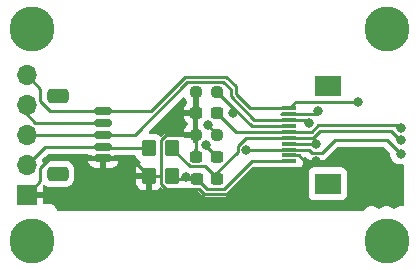
<source format=gbr>
%TF.GenerationSoftware,KiCad,Pcbnew,(5.99.0-11678-ga208dac8d8)*%
%TF.CreationDate,2021-09-17T02:16:07+07:00*%
%TF.ProjectId,sharp_memory_display,73686172-705f-46d6-956d-6f72795f6469,rev?*%
%TF.SameCoordinates,Original*%
%TF.FileFunction,Copper,L2,Bot*%
%TF.FilePolarity,Positive*%
%FSLAX46Y46*%
G04 Gerber Fmt 4.6, Leading zero omitted, Abs format (unit mm)*
G04 Created by KiCad (PCBNEW (5.99.0-11678-ga208dac8d8)) date 2021-09-17 02:16:07*
%MOMM*%
%LPD*%
G01*
G04 APERTURE LIST*
G04 Aperture macros list*
%AMRoundRect*
0 Rectangle with rounded corners*
0 $1 Rounding radius*
0 $2 $3 $4 $5 $6 $7 $8 $9 X,Y pos of 4 corners*
0 Add a 4 corners polygon primitive as box body*
4,1,4,$2,$3,$4,$5,$6,$7,$8,$9,$2,$3,0*
0 Add four circle primitives for the rounded corners*
1,1,$1+$1,$2,$3*
1,1,$1+$1,$4,$5*
1,1,$1+$1,$6,$7*
1,1,$1+$1,$8,$9*
0 Add four rect primitives between the rounded corners*
20,1,$1+$1,$2,$3,$4,$5,0*
20,1,$1+$1,$4,$5,$6,$7,0*
20,1,$1+$1,$6,$7,$8,$9,0*
20,1,$1+$1,$8,$9,$2,$3,0*%
G04 Aperture macros list end*
%TA.AperFunction,ComponentPad*%
%ADD10R,1.700000X1.700000*%
%TD*%
%TA.AperFunction,ComponentPad*%
%ADD11O,1.700000X1.700000*%
%TD*%
%TA.AperFunction,ComponentPad*%
%ADD12C,3.800000*%
%TD*%
%TA.AperFunction,SMDPad,CuDef*%
%ADD13RoundRect,0.237500X0.300000X0.237500X-0.300000X0.237500X-0.300000X-0.237500X0.300000X-0.237500X0*%
%TD*%
%TA.AperFunction,SMDPad,CuDef*%
%ADD14RoundRect,0.249999X0.350001X0.450001X-0.350001X0.450001X-0.350001X-0.450001X0.350001X-0.450001X0*%
%TD*%
%TA.AperFunction,SMDPad,CuDef*%
%ADD15RoundRect,0.249999X-0.350001X-0.450001X0.350001X-0.450001X0.350001X0.450001X-0.350001X0.450001X0*%
%TD*%
%TA.AperFunction,SMDPad,CuDef*%
%ADD16RoundRect,0.237500X0.250000X0.237500X-0.250000X0.237500X-0.250000X-0.237500X0.250000X-0.237500X0*%
%TD*%
%TA.AperFunction,SMDPad,CuDef*%
%ADD17R,2.200000X1.800000*%
%TD*%
%TA.AperFunction,SMDPad,CuDef*%
%ADD18R,1.300000X0.300000*%
%TD*%
%TA.AperFunction,SMDPad,CuDef*%
%ADD19RoundRect,0.150000X0.625000X-0.150000X0.625000X0.150000X-0.625000X0.150000X-0.625000X-0.150000X0*%
%TD*%
%TA.AperFunction,SMDPad,CuDef*%
%ADD20RoundRect,0.249999X0.650001X-0.350001X0.650001X0.350001X-0.650001X0.350001X-0.650001X-0.350001X0*%
%TD*%
%TA.AperFunction,ViaPad*%
%ADD21C,0.800000*%
%TD*%
%TA.AperFunction,Conductor*%
%ADD22C,0.250000*%
%TD*%
G04 APERTURE END LIST*
D10*
%TO.P,J1,1,Pin_1*%
%TO.N,VSS*%
X24252600Y-35570400D03*
D11*
%TO.P,J1,2,Pin_2*%
%TO.N,VDD*%
X24252600Y-33030400D03*
%TO.P,J1,3,Pin_3*%
%TO.N,SCS*%
X24252600Y-30490400D03*
%TO.P,J1,4,Pin_4*%
%TO.N,SI*%
X24252600Y-27950400D03*
%TO.P,J1,5,Pin_5*%
%TO.N,SCLK*%
X24252600Y-25410400D03*
%TD*%
D12*
%TO.P,H2,1*%
%TO.N,N/C*%
X24752642Y-21490389D03*
%TD*%
%TO.P,H4,1*%
%TO.N,N/C*%
X54752642Y-21490389D03*
%TD*%
%TO.P,H3,1*%
%TO.N,N/C*%
X24752642Y-39490389D03*
%TD*%
%TO.P,H1,1*%
%TO.N,N/C*%
X54752642Y-39490389D03*
%TD*%
D13*
%TO.P,C1,1*%
%TO.N,DISP*%
X40352600Y-28640400D03*
%TO.P,C1,2*%
%TO.N,VSS*%
X38627600Y-28640400D03*
%TD*%
%TO.P,C2,1*%
%TO.N,VDDA*%
X40377600Y-34240400D03*
%TO.P,C2,2*%
%TO.N,VSSA*%
X38652600Y-34240400D03*
%TD*%
%TO.P,C3,1*%
%TO.N,VDD*%
X40365100Y-32340400D03*
%TO.P,C3,2*%
%TO.N,VSS*%
X38640100Y-32340400D03*
%TD*%
D14*
%TO.P,FB1,1*%
%TO.N,VDDA*%
X36602600Y-31590400D03*
%TO.P,FB1,2*%
%TO.N,VDD*%
X34602600Y-31590400D03*
%TD*%
D15*
%TO.P,FB2,1*%
%TO.N,VSS*%
X34602600Y-33990400D03*
%TO.P,FB2,2*%
%TO.N,VSSA*%
X36602600Y-33990400D03*
%TD*%
D16*
%TO.P,R1,1*%
%TO.N,EXTMODE*%
X40402600Y-30490400D03*
%TO.P,R1,2*%
%TO.N,VSS*%
X38577600Y-30490400D03*
%TD*%
D17*
%TO.P,J2,MP*%
%TO.N,N/C*%
X49743142Y-26340400D03*
X49743142Y-34640400D03*
D18*
%TO.P,J2,10,Pin_10*%
%TO.N,VSSA*%
X46493142Y-32740400D03*
%TO.P,J2,9,Pin_9*%
%TO.N,VSS*%
X46493142Y-32240400D03*
%TO.P,J2,8,Pin_8*%
%TO.N,EXTMODE*%
X46493142Y-31740400D03*
%TO.P,J2,7,Pin_7*%
%TO.N,VDD*%
X46493142Y-31240400D03*
%TO.P,J2,6,Pin_6*%
%TO.N,VDDA*%
X46493142Y-30740400D03*
%TO.P,J2,5,Pin_5*%
%TO.N,DISP*%
X46493142Y-30240400D03*
%TO.P,J2,4,Pin_4*%
%TO.N,EXTCOMIN*%
X46493142Y-29740400D03*
%TO.P,J2,3,Pin_3*%
%TO.N,SCS*%
X46493142Y-29240400D03*
%TO.P,J2,2,Pin_2*%
%TO.N,SI*%
X46493142Y-28740400D03*
%TO.P,J2,1,Pin_1*%
%TO.N,SCLK*%
X46493142Y-28240400D03*
%TD*%
D16*
%TO.P,R2,1*%
%TO.N,EXTCOMIN*%
X40402600Y-26840400D03*
%TO.P,R2,2*%
%TO.N,VSS*%
X38577600Y-26840400D03*
%TD*%
D19*
%TO.P,J3,1,Pin_1*%
%TO.N,VSS*%
X30752600Y-32490400D03*
%TO.P,J3,2,Pin_2*%
%TO.N,VDD*%
X30752600Y-31490400D03*
%TO.P,J3,3,Pin_3*%
%TO.N,SCS*%
X30752600Y-30490400D03*
%TO.P,J3,4,Pin_4*%
%TO.N,SI*%
X30752600Y-29490400D03*
%TO.P,J3,5,Pin_5*%
%TO.N,SCLK*%
X30752600Y-28490400D03*
D20*
%TO.P,J3,MP*%
%TO.N,N/C*%
X26877600Y-27190400D03*
X26877600Y-33790400D03*
%TD*%
D21*
%TO.N,VSSA*%
X37752642Y-34090389D03*
%TO.N,VSS*%
X48752642Y-32739400D03*
%TO.N,EXTMODE*%
X55952642Y-32090389D03*
%TO.N,VDDA*%
X55952642Y-30890389D03*
%TO.N,DISP*%
X55952642Y-29890389D03*
%TO.N,EXTCOMIN*%
X41752642Y-28674900D03*
%TO.N,SCS*%
X48152642Y-29464900D03*
%TO.N,SCLK*%
X52352642Y-27690389D03*
%TO.N,SI*%
X48952642Y-28490389D03*
%TO.N,VDD*%
X48752642Y-31290389D03*
X39437200Y-31362500D03*
%TO.N,EXTMODE*%
X42849500Y-31768500D03*
X39591300Y-29618300D03*
%TD*%
D22*
%TO.N,SI*%
X48952642Y-28490389D02*
X48902631Y-28740400D01*
X48902631Y-28740400D02*
X46493142Y-28740400D01*
%TO.N,VSSA*%
X37502653Y-34240400D02*
X36852600Y-34240400D01*
X37602631Y-34240400D02*
X37752642Y-34090389D01*
X37502653Y-34240400D02*
X37602631Y-34240400D01*
X38652600Y-34240400D02*
X37502653Y-34240400D01*
%TO.N,VSS*%
X48752642Y-32739400D02*
X47801653Y-32739400D01*
X47801653Y-32739400D02*
X47752642Y-32690389D01*
%TO.N,EXTMODE*%
X54752642Y-30890389D02*
X55952642Y-32090389D01*
X49228131Y-32014900D02*
X49752642Y-31490389D01*
X49752642Y-31490389D02*
X50352642Y-30890389D01*
X54352642Y-30890389D02*
X54752642Y-30890389D01*
X46493142Y-31740400D02*
X48178039Y-31740400D01*
X48178039Y-31740400D02*
X48452539Y-32014900D01*
X48452539Y-32014900D02*
X49228131Y-32014900D01*
X50352642Y-30890389D02*
X54352642Y-30890389D01*
%TO.N,VDD*%
X47502653Y-31240400D02*
X47552642Y-31290389D01*
X47552642Y-31290389D02*
X48752642Y-31290389D01*
%TO.N,VDDA*%
X55952642Y-30890389D02*
X55903122Y-30890389D01*
X55903122Y-30890389D02*
X55152642Y-30139909D01*
X49138840Y-30139909D02*
X48538349Y-30740400D01*
X48538349Y-30740400D02*
X47602653Y-30740400D01*
X55152642Y-30139909D02*
X49138840Y-30139909D01*
%TO.N,DISP*%
X54634002Y-29690389D02*
X55752642Y-29690389D01*
X55752642Y-29690389D02*
X55952642Y-29890389D01*
%TO.N,VDDA*%
X55752642Y-31090389D02*
X55952642Y-31090389D01*
X46493142Y-30740400D02*
X47602653Y-30740400D01*
X47602653Y-30740400D02*
X47702162Y-30740400D01*
%TO.N,DISP*%
X46493142Y-30240400D02*
X48402631Y-30240400D01*
X48402631Y-30240400D02*
X48952642Y-29690389D01*
X48952642Y-29690389D02*
X54634002Y-29690389D01*
%TO.N,EXTCOMIN*%
X40402600Y-26840400D02*
X41602616Y-28040415D01*
X41752642Y-28674900D02*
X41752642Y-28190441D01*
X41602616Y-28040415D02*
X43302600Y-29740400D01*
X41752642Y-28190441D02*
X41602616Y-28040415D01*
%TO.N,SCS*%
X47928142Y-29240400D02*
X48152642Y-29464900D01*
X46493142Y-29240400D02*
X47928142Y-29240400D01*
%TO.N,SCLK*%
X47043153Y-27690389D02*
X52352642Y-27690389D01*
X46493142Y-28240400D02*
X47043153Y-27690389D01*
%TO.N,VSS*%
X46493142Y-32240400D02*
X47302653Y-32240400D01*
X47302653Y-32240400D02*
X47752642Y-32690389D01*
X47752642Y-32690389D02*
X47752642Y-33090389D01*
X43464807Y-33303224D02*
X43102642Y-33665389D01*
X43102642Y-33665389D02*
X43066721Y-33665389D01*
X43066721Y-33665389D02*
X41196600Y-35535510D01*
X47752642Y-33090389D02*
X47539807Y-33303224D01*
X41196600Y-35535510D02*
X39311300Y-35535510D01*
X39311300Y-35535510D02*
X38878706Y-35102916D01*
X38878706Y-35102916D02*
X36090115Y-35102916D01*
X47539807Y-33303224D02*
X43464807Y-33303224D01*
X36090115Y-35102916D02*
X35602600Y-34615400D01*
X35602600Y-34615400D02*
X35602600Y-33990400D01*
%TO.N,VDD*%
X48702653Y-31240400D02*
X48752642Y-31290389D01*
X47502653Y-31240400D02*
X46493142Y-31240400D01*
%TO.N,VSSA*%
X46493142Y-32740400D02*
X43355300Y-32740400D01*
X39497700Y-35085500D02*
X38652600Y-34240400D01*
X43355300Y-32740400D02*
X41010200Y-35085500D01*
X41010200Y-35085500D02*
X39497700Y-35085500D01*
%TO.N,EXTMODE*%
X46493142Y-31740400D02*
X42877600Y-31740400D01*
X42877600Y-31740400D02*
X42849500Y-31768500D01*
%TO.N,VDDA*%
X40128500Y-33914900D02*
X42124200Y-31919200D01*
X42124200Y-31919200D02*
X42124200Y-31468100D01*
X42851900Y-30740400D02*
X46493142Y-30740400D01*
X42124200Y-31468100D02*
X42851900Y-30740400D01*
%TO.N,DISP*%
X40352600Y-28640400D02*
X41952600Y-30240400D01*
X41952600Y-30240400D02*
X46493142Y-30240400D01*
%TO.N,EXTCOMIN*%
X43302600Y-29740400D02*
X46493142Y-29740400D01*
%TO.N,SCS*%
X33406000Y-30490400D02*
X37862400Y-26034000D01*
X41527700Y-26651500D02*
X41527700Y-27244000D01*
X30752600Y-30490400D02*
X33406000Y-30490400D01*
X41527700Y-27244000D02*
X43524100Y-29240400D01*
X40910200Y-26034000D02*
X41527700Y-26651500D01*
X37862400Y-26034000D02*
X40910200Y-26034000D01*
X43524100Y-29240400D02*
X46493142Y-29240400D01*
%TO.N,SCLK*%
X30752600Y-28490400D02*
X34769590Y-28490400D01*
X34769590Y-28490400D02*
X37676290Y-25583700D01*
X37676290Y-25583700D02*
X41176300Y-25583700D01*
X41176300Y-25583700D02*
X41977710Y-26385111D01*
X41977710Y-26385111D02*
X41977710Y-27057600D01*
X41977710Y-27057600D02*
X43160510Y-28240400D01*
X43160510Y-28240400D02*
X46493142Y-28240400D01*
%TO.N,VSS*%
X25427601Y-34395399D02*
X24252600Y-35570400D01*
X35602600Y-30918000D02*
X36030200Y-30490400D01*
X38640100Y-30552900D02*
X38577600Y-30490400D01*
X38627600Y-28640400D02*
X38577600Y-28590400D01*
X36030200Y-30490400D02*
X38577600Y-30490400D01*
X30752600Y-32490400D02*
X26277631Y-32490400D01*
X34602600Y-33990400D02*
X33102600Y-32490400D01*
X35602600Y-33990400D02*
X34602600Y-33990400D01*
X25427601Y-33340430D02*
X25427601Y-34395399D01*
X33102600Y-32490400D02*
X30752600Y-32490400D01*
X35602600Y-33990400D02*
X35602600Y-30918000D01*
X26277631Y-32490400D02*
X25427601Y-33340430D01*
X38577600Y-28690400D02*
X38577600Y-30490400D01*
X38627600Y-28640400D02*
X38577600Y-28690400D01*
X38640100Y-32340400D02*
X38640100Y-30552900D01*
X38577600Y-28590400D02*
X38577600Y-26840400D01*
%TO.N,VSSA*%
X36852600Y-34240400D02*
X36602600Y-33990400D01*
%TO.N,VDDA*%
X36602600Y-31696600D02*
X38063300Y-33157300D01*
X40377600Y-34240400D02*
X40128500Y-33991300D01*
X39370900Y-33157300D02*
X40128500Y-33914900D01*
X40128500Y-33991300D02*
X40128500Y-33914900D01*
X38063300Y-33157300D02*
X39370900Y-33157300D01*
X36602600Y-31590400D02*
X36602600Y-31696600D01*
%TO.N,VDD*%
X25792600Y-31490400D02*
X24252600Y-33030400D01*
X30752600Y-31490400D02*
X25792600Y-31490400D01*
X30852600Y-31590400D02*
X34602600Y-31590400D01*
X40365100Y-32340400D02*
X39437200Y-31412500D01*
X30752600Y-31490400D02*
X30852600Y-31590400D01*
X39437200Y-31412500D02*
X39437200Y-31362500D01*
%TO.N,SCLK*%
X25427601Y-27665348D02*
X25427601Y-26585401D01*
X30752600Y-28490400D02*
X26252653Y-28490400D01*
X26252653Y-28490400D02*
X25427601Y-27665348D01*
X25427601Y-26585401D02*
X24252600Y-25410400D01*
%TO.N,SI*%
X24252600Y-28751398D02*
X24991602Y-29490400D01*
X24991602Y-29490400D02*
X28252653Y-29490400D01*
X45802631Y-28765378D02*
X45802642Y-28765389D01*
X45802631Y-28740400D02*
X45802631Y-28765378D01*
X28252653Y-29490400D02*
X30752600Y-29490400D01*
X24252600Y-27920900D02*
X24252600Y-27950400D01*
X24252600Y-27950400D02*
X24252600Y-28751398D01*
%TO.N,SCS*%
X24252600Y-30490400D02*
X30752600Y-30490400D01*
%TO.N,EXTMODE*%
X39591300Y-29679100D02*
X39591300Y-29618300D01*
X42877600Y-31740400D02*
X44330600Y-31740400D01*
X40402600Y-30490400D02*
X39591300Y-29679100D01*
%TD*%
%TA.AperFunction,Conductor*%
%TO.N,VSS*%
G36*
X54506169Y-31543891D02*
G01*
X54527143Y-31560794D01*
X55005520Y-32039171D01*
X55039546Y-32101483D01*
X55041734Y-32115092D01*
X55046539Y-32160804D01*
X55057616Y-32266193D01*
X55059100Y-32280317D01*
X55118115Y-32461945D01*
X55121418Y-32467667D01*
X55121419Y-32467668D01*
X55128754Y-32480372D01*
X55213602Y-32627333D01*
X55218020Y-32632240D01*
X55218021Y-32632241D01*
X55322587Y-32748373D01*
X55341389Y-32769255D01*
X55394388Y-32807761D01*
X55481989Y-32871407D01*
X55495890Y-32881507D01*
X55501918Y-32884191D01*
X55501920Y-32884192D01*
X55644111Y-32947499D01*
X55670354Y-32959183D01*
X55763754Y-32979036D01*
X55850698Y-32997517D01*
X55850703Y-32997517D01*
X55857155Y-32998889D01*
X56048129Y-32998889D01*
X56054584Y-32997517D01*
X56054593Y-32997516D01*
X56092444Y-32989470D01*
X56163235Y-32994871D01*
X56219868Y-33037687D01*
X56244362Y-33104325D01*
X56244642Y-33112716D01*
X56244642Y-36408312D01*
X56224640Y-36476433D01*
X56170984Y-36522926D01*
X56117467Y-36531675D01*
X56117467Y-36534189D01*
X55927817Y-36534189D01*
X55921364Y-36535561D01*
X55921360Y-36535561D01*
X55835064Y-36553904D01*
X55742311Y-36573619D01*
X55736282Y-36576303D01*
X55736280Y-36576304D01*
X55575087Y-36648072D01*
X55575085Y-36648073D01*
X55569057Y-36650757D01*
X55563716Y-36654637D01*
X55563715Y-36654638D01*
X55461703Y-36728754D01*
X55394835Y-36752613D01*
X55325683Y-36736532D01*
X55313581Y-36728754D01*
X55211569Y-36654638D01*
X55211568Y-36654637D01*
X55206227Y-36650757D01*
X55200199Y-36648073D01*
X55200197Y-36648072D01*
X55039004Y-36576304D01*
X55039002Y-36576303D01*
X55032973Y-36573619D01*
X54940220Y-36553904D01*
X54853924Y-36535561D01*
X54853920Y-36535561D01*
X54847467Y-36534189D01*
X54657817Y-36534189D01*
X54651364Y-36535561D01*
X54651360Y-36535561D01*
X54565064Y-36553904D01*
X54472311Y-36573619D01*
X54466282Y-36576303D01*
X54466280Y-36576304D01*
X54305087Y-36648072D01*
X54305085Y-36648073D01*
X54299057Y-36650757D01*
X54293716Y-36654637D01*
X54293715Y-36654638D01*
X54191703Y-36728754D01*
X54124835Y-36752613D01*
X54055683Y-36736532D01*
X54043581Y-36728754D01*
X53941569Y-36654638D01*
X53941568Y-36654637D01*
X53936227Y-36650757D01*
X53930199Y-36648073D01*
X53930197Y-36648072D01*
X53769004Y-36576304D01*
X53769002Y-36576303D01*
X53762973Y-36573619D01*
X53670220Y-36553904D01*
X53583924Y-36535561D01*
X53583920Y-36535561D01*
X53577467Y-36534189D01*
X53387817Y-36534189D01*
X53381364Y-36535561D01*
X53381360Y-36535561D01*
X53295064Y-36553904D01*
X53202311Y-36573619D01*
X53196282Y-36576303D01*
X53196280Y-36576304D01*
X53035087Y-36648072D01*
X53035085Y-36648073D01*
X53029057Y-36650757D01*
X53023716Y-36654637D01*
X53023715Y-36654638D01*
X52880971Y-36758347D01*
X52880969Y-36758349D01*
X52875627Y-36762230D01*
X52871206Y-36767140D01*
X52871205Y-36767141D01*
X52786076Y-36861687D01*
X52748726Y-36903168D01*
X52745425Y-36908886D01*
X52739360Y-36919390D01*
X52687976Y-36968383D01*
X52630241Y-36982389D01*
X26980286Y-36982389D01*
X26912165Y-36962387D01*
X26865672Y-36908731D01*
X26860453Y-36895325D01*
X26853425Y-36873694D01*
X26853424Y-36873692D01*
X26851383Y-36867410D01*
X26756558Y-36703168D01*
X26712862Y-36654638D01*
X26634079Y-36567141D01*
X26634078Y-36567140D01*
X26629657Y-36562230D01*
X26624315Y-36558349D01*
X26624313Y-36558347D01*
X26481569Y-36454638D01*
X26481568Y-36454637D01*
X26476227Y-36450757D01*
X26470199Y-36448073D01*
X26470197Y-36448072D01*
X26309004Y-36376304D01*
X26309002Y-36376303D01*
X26302973Y-36373619D01*
X26210220Y-36353904D01*
X26123924Y-36335561D01*
X26123920Y-36335561D01*
X26117467Y-36334189D01*
X25927817Y-36334189D01*
X25921364Y-36335561D01*
X25921360Y-36335561D01*
X25834197Y-36354088D01*
X25762796Y-36369265D01*
X25692006Y-36363863D01*
X25635373Y-36321046D01*
X25610880Y-36254408D01*
X25610600Y-36246018D01*
X25610600Y-35842515D01*
X25606125Y-35827276D01*
X25604735Y-35826071D01*
X25597052Y-35824400D01*
X24124600Y-35824400D01*
X24056479Y-35804398D01*
X24009986Y-35750742D01*
X23998600Y-35698400D01*
X23998600Y-35442400D01*
X24018602Y-35374279D01*
X24072258Y-35327786D01*
X24124600Y-35316400D01*
X25592484Y-35316400D01*
X25607723Y-35311925D01*
X25608928Y-35310535D01*
X25610599Y-35302852D01*
X25610599Y-34876811D01*
X25630601Y-34808690D01*
X25684257Y-34762197D01*
X25754531Y-34752093D01*
X25802714Y-34769551D01*
X25904861Y-34832515D01*
X25984604Y-34858964D01*
X26066210Y-34886032D01*
X26066212Y-34886032D01*
X26072738Y-34888197D01*
X26079574Y-34888897D01*
X26079577Y-34888898D01*
X26122630Y-34893309D01*
X26177199Y-34898900D01*
X26872199Y-34898900D01*
X27578000Y-34898899D01*
X27683767Y-34887926D01*
X27842947Y-34834819D01*
X27844602Y-34834267D01*
X27844604Y-34834266D01*
X27851546Y-34831950D01*
X28001949Y-34738879D01*
X28126906Y-34613703D01*
X28219715Y-34463139D01*
X28275397Y-34295262D01*
X28279220Y-34257948D01*
X33494600Y-34257948D01*
X33494600Y-34487498D01*
X33494937Y-34494013D01*
X33504856Y-34589605D01*
X33507750Y-34603004D01*
X33559188Y-34757185D01*
X33565362Y-34770364D01*
X33650663Y-34908210D01*
X33659699Y-34919609D01*
X33774428Y-35034138D01*
X33785839Y-35043150D01*
X33923842Y-35128216D01*
X33937023Y-35134363D01*
X34091309Y-35185538D01*
X34104685Y-35188405D01*
X34199037Y-35198072D01*
X34205453Y-35198400D01*
X34330485Y-35198400D01*
X34345724Y-35193925D01*
X34346929Y-35192535D01*
X34348600Y-35184852D01*
X34348600Y-34262515D01*
X34344125Y-34247276D01*
X34342735Y-34246071D01*
X34335052Y-34244400D01*
X33512715Y-34244400D01*
X33497476Y-34248875D01*
X33496271Y-34250265D01*
X33494600Y-34257948D01*
X28279220Y-34257948D01*
X28286100Y-34190801D01*
X28286099Y-33390000D01*
X28275126Y-33284233D01*
X28250908Y-33211642D01*
X28221467Y-33123398D01*
X28221466Y-33123396D01*
X28219150Y-33116454D01*
X28126079Y-32966051D01*
X28107495Y-32947499D01*
X28006084Y-32846266D01*
X28000903Y-32841094D01*
X27876392Y-32764344D01*
X27863295Y-32756271D01*
X29476056Y-32756271D01*
X29516707Y-32896190D01*
X29522952Y-32910621D01*
X29599511Y-33040078D01*
X29609151Y-33052504D01*
X29715496Y-33158849D01*
X29727922Y-33168489D01*
X29857379Y-33245048D01*
X29871810Y-33251293D01*
X30017665Y-33293669D01*
X30030267Y-33295970D01*
X30058684Y-33298207D01*
X30063614Y-33298400D01*
X30480485Y-33298400D01*
X30495724Y-33293925D01*
X30496929Y-33292535D01*
X30498600Y-33284852D01*
X30498600Y-32762515D01*
X30497259Y-32757948D01*
X31006600Y-32757948D01*
X31006600Y-33280284D01*
X31011075Y-33295523D01*
X31012465Y-33296728D01*
X31020148Y-33298399D01*
X31441584Y-33298399D01*
X31446520Y-33298205D01*
X31474936Y-33295970D01*
X31487531Y-33293670D01*
X31633390Y-33251293D01*
X31647821Y-33245048D01*
X31777278Y-33168489D01*
X31789704Y-33158849D01*
X31896049Y-33052504D01*
X31905689Y-33040078D01*
X31982248Y-32910621D01*
X31988493Y-32896190D01*
X32027539Y-32761795D01*
X32027499Y-32747694D01*
X32020230Y-32744400D01*
X31024715Y-32744400D01*
X31009476Y-32748875D01*
X31008271Y-32750265D01*
X31006600Y-32757948D01*
X30497259Y-32757948D01*
X30494125Y-32747276D01*
X30492735Y-32746071D01*
X30485052Y-32744400D01*
X29490722Y-32744400D01*
X29477191Y-32748373D01*
X29476056Y-32756271D01*
X27863295Y-32756271D01*
X27856569Y-32752125D01*
X27856567Y-32752124D01*
X27850339Y-32748285D01*
X27770596Y-32721836D01*
X27688990Y-32694768D01*
X27688988Y-32694768D01*
X27682462Y-32692603D01*
X27675626Y-32691903D01*
X27675623Y-32691902D01*
X27632570Y-32687491D01*
X27578001Y-32681900D01*
X26883001Y-32681900D01*
X26177200Y-32681901D01*
X26071433Y-32692874D01*
X26064886Y-32695058D01*
X26064887Y-32695058D01*
X25910598Y-32746533D01*
X25910596Y-32746534D01*
X25903654Y-32748850D01*
X25864405Y-32773138D01*
X25772365Y-32830093D01*
X25703913Y-32848930D01*
X25636144Y-32827768D01*
X25590573Y-32773327D01*
X25583859Y-32753645D01*
X25582073Y-32746533D01*
X25569421Y-32696165D01*
X25572225Y-32625225D01*
X25602530Y-32576374D01*
X25805005Y-32373900D01*
X26018101Y-32160804D01*
X26080413Y-32126779D01*
X26107196Y-32123900D01*
X29351749Y-32123900D01*
X29419870Y-32143902D01*
X29466363Y-32197558D01*
X29472916Y-32227479D01*
X29476080Y-32232371D01*
X29484970Y-32236400D01*
X29810030Y-32236400D01*
X29858875Y-32246515D01*
X29863999Y-32249545D01*
X29871607Y-32251755D01*
X29871611Y-32251757D01*
X29921302Y-32266193D01*
X30023769Y-32295962D01*
X30030174Y-32296466D01*
X30030179Y-32296467D01*
X30058642Y-32298707D01*
X30058650Y-32298707D01*
X30061098Y-32298900D01*
X31444102Y-32298900D01*
X31446550Y-32298707D01*
X31446558Y-32298707D01*
X31475021Y-32296467D01*
X31475026Y-32296466D01*
X31481431Y-32295962D01*
X31583898Y-32266193D01*
X31633589Y-32251757D01*
X31633593Y-32251755D01*
X31641201Y-32249545D01*
X31646325Y-32246515D01*
X31695170Y-32236400D01*
X32014478Y-32236400D01*
X32039666Y-32229004D01*
X32075164Y-32223900D01*
X33423403Y-32223900D01*
X33491524Y-32243902D01*
X33538017Y-32297558D01*
X33542926Y-32310023D01*
X33561050Y-32364346D01*
X33654121Y-32514749D01*
X33659303Y-32519922D01*
X33691730Y-32552292D01*
X33779297Y-32639706D01*
X33801059Y-32653120D01*
X33850245Y-32683439D01*
X33897738Y-32736211D01*
X33909162Y-32806283D01*
X33880888Y-32871407D01*
X33850432Y-32897844D01*
X33784784Y-32938468D01*
X33773391Y-32947499D01*
X33658862Y-33062228D01*
X33649850Y-33073639D01*
X33564784Y-33211642D01*
X33558637Y-33224823D01*
X33507462Y-33379109D01*
X33504595Y-33392485D01*
X33494928Y-33486837D01*
X33494600Y-33493254D01*
X33494600Y-33718285D01*
X33499075Y-33733524D01*
X33500465Y-33734729D01*
X33508148Y-33736400D01*
X34730600Y-33736400D01*
X34798721Y-33756402D01*
X34845214Y-33810058D01*
X34856600Y-33862400D01*
X34856600Y-35180285D01*
X34861075Y-35195524D01*
X34862465Y-35196729D01*
X34870148Y-35198400D01*
X34999698Y-35198400D01*
X35006213Y-35198063D01*
X35101805Y-35188144D01*
X35115204Y-35185250D01*
X35269385Y-35133812D01*
X35282564Y-35127638D01*
X35420410Y-35042337D01*
X35431805Y-35033305D01*
X35513030Y-34951938D01*
X35575312Y-34917859D01*
X35646132Y-34922862D01*
X35691220Y-34951783D01*
X35779297Y-35039706D01*
X35854579Y-35086111D01*
X35922887Y-35128216D01*
X35929861Y-35132515D01*
X35996955Y-35154769D01*
X36091210Y-35186032D01*
X36091212Y-35186032D01*
X36097738Y-35188197D01*
X36104574Y-35188897D01*
X36104577Y-35188898D01*
X36147630Y-35193309D01*
X36202199Y-35198900D01*
X36599512Y-35198900D01*
X37003000Y-35198899D01*
X37108767Y-35187926D01*
X37267947Y-35134819D01*
X37269602Y-35134267D01*
X37269604Y-35134266D01*
X37276546Y-35131950D01*
X37380974Y-35067329D01*
X37420723Y-35042732D01*
X37420725Y-35042731D01*
X37426949Y-35038879D01*
X37451794Y-35013991D01*
X37514075Y-34979911D01*
X37567164Y-34979761D01*
X37650698Y-34997517D01*
X37650703Y-34997517D01*
X37657155Y-34998889D01*
X37766412Y-34998889D01*
X37834533Y-35018891D01*
X37855423Y-35035710D01*
X37887097Y-35067329D01*
X37893327Y-35071169D01*
X37996586Y-35134819D01*
X38035180Y-35158609D01*
X38200291Y-35213374D01*
X38207127Y-35214074D01*
X38207130Y-35214075D01*
X38258626Y-35219351D01*
X38303028Y-35223900D01*
X38688005Y-35223900D01*
X38756126Y-35243902D01*
X38777100Y-35260805D01*
X38994048Y-35477753D01*
X39001588Y-35486039D01*
X39005700Y-35492518D01*
X39011477Y-35497943D01*
X39055351Y-35539143D01*
X39058193Y-35541898D01*
X39077930Y-35561635D01*
X39081127Y-35564115D01*
X39090147Y-35571818D01*
X39122379Y-35602086D01*
X39129325Y-35605905D01*
X39129328Y-35605907D01*
X39140134Y-35611848D01*
X39156653Y-35622699D01*
X39172659Y-35635114D01*
X39179928Y-35638259D01*
X39179932Y-35638262D01*
X39213237Y-35652674D01*
X39223887Y-35657891D01*
X39262640Y-35679195D01*
X39270315Y-35681166D01*
X39270316Y-35681166D01*
X39282262Y-35684233D01*
X39300967Y-35690637D01*
X39319555Y-35698681D01*
X39327378Y-35699920D01*
X39327388Y-35699923D01*
X39363224Y-35705599D01*
X39374844Y-35708005D01*
X39406659Y-35716173D01*
X39417670Y-35719000D01*
X39437924Y-35719000D01*
X39457634Y-35720551D01*
X39477643Y-35723720D01*
X39485535Y-35722974D01*
X39504280Y-35721202D01*
X39521662Y-35719559D01*
X39533519Y-35719000D01*
X40931433Y-35719000D01*
X40942616Y-35719527D01*
X40950109Y-35721202D01*
X40958035Y-35720953D01*
X40958036Y-35720953D01*
X41018186Y-35719062D01*
X41022145Y-35719000D01*
X41050056Y-35719000D01*
X41053991Y-35718503D01*
X41054056Y-35718495D01*
X41065893Y-35717562D01*
X41098151Y-35716548D01*
X41102170Y-35716422D01*
X41110089Y-35716173D01*
X41129543Y-35710521D01*
X41148900Y-35706513D01*
X41161130Y-35704968D01*
X41161131Y-35704968D01*
X41168997Y-35703974D01*
X41176368Y-35701055D01*
X41176370Y-35701055D01*
X41210112Y-35687696D01*
X41221342Y-35683851D01*
X41256183Y-35673729D01*
X41256184Y-35673729D01*
X41263793Y-35671518D01*
X41270612Y-35667485D01*
X41270617Y-35667483D01*
X41281228Y-35661207D01*
X41298976Y-35652512D01*
X41317817Y-35645052D01*
X41353587Y-35619064D01*
X41363507Y-35612548D01*
X41394735Y-35594080D01*
X41394738Y-35594078D01*
X41401562Y-35590042D01*
X41415883Y-35575721D01*
X41430917Y-35562880D01*
X41440894Y-35555631D01*
X41447307Y-35550972D01*
X41475498Y-35516895D01*
X41483488Y-35508116D01*
X43299338Y-33692266D01*
X48134642Y-33692266D01*
X48134642Y-35588534D01*
X48141397Y-35650716D01*
X48192527Y-35787105D01*
X48279881Y-35903661D01*
X48396437Y-35991015D01*
X48532826Y-36042145D01*
X48595008Y-36048900D01*
X50891276Y-36048900D01*
X50953458Y-36042145D01*
X51089847Y-35991015D01*
X51206403Y-35903661D01*
X51293757Y-35787105D01*
X51344887Y-35650716D01*
X51351642Y-35588534D01*
X51351642Y-33692266D01*
X51344887Y-33630084D01*
X51293757Y-33493695D01*
X51206403Y-33377139D01*
X51089847Y-33289785D01*
X50953458Y-33238655D01*
X50891276Y-33231900D01*
X48595008Y-33231900D01*
X48532826Y-33238655D01*
X48396437Y-33289785D01*
X48279881Y-33377139D01*
X48192527Y-33493695D01*
X48141397Y-33630084D01*
X48134642Y-33692266D01*
X43299338Y-33692266D01*
X43580799Y-33410805D01*
X43643111Y-33376779D01*
X43669894Y-33373900D01*
X45661316Y-33373900D01*
X45705546Y-33381918D01*
X45732826Y-33392145D01*
X45795008Y-33398900D01*
X47191276Y-33398900D01*
X47253458Y-33392145D01*
X47389847Y-33341015D01*
X47506403Y-33253661D01*
X47593757Y-33137105D01*
X47644887Y-33000716D01*
X47651642Y-32938534D01*
X47651642Y-32542266D01*
X47649882Y-32526059D01*
X47648518Y-32513507D01*
X47661046Y-32443625D01*
X47709367Y-32391609D01*
X47773781Y-32373900D01*
X47862813Y-32373900D01*
X47930934Y-32393902D01*
X47957978Y-32417882D01*
X47960539Y-32421918D01*
X47966315Y-32427342D01*
X48010206Y-32468558D01*
X48013048Y-32471313D01*
X48032770Y-32491035D01*
X48035894Y-32493458D01*
X48035898Y-32493462D01*
X48035963Y-32493512D01*
X48044984Y-32501217D01*
X48077218Y-32531486D01*
X48084166Y-32535305D01*
X48084168Y-32535307D01*
X48094971Y-32541246D01*
X48111498Y-32552102D01*
X48121237Y-32559657D01*
X48121239Y-32559658D01*
X48127499Y-32564514D01*
X48168079Y-32582074D01*
X48178727Y-32587291D01*
X48203515Y-32600918D01*
X48217479Y-32608595D01*
X48225155Y-32610566D01*
X48225158Y-32610567D01*
X48237101Y-32613633D01*
X48255806Y-32620037D01*
X48274394Y-32628081D01*
X48282217Y-32629320D01*
X48282227Y-32629323D01*
X48318063Y-32634999D01*
X48329683Y-32637405D01*
X48361498Y-32645573D01*
X48372509Y-32648400D01*
X48392763Y-32648400D01*
X48412473Y-32649951D01*
X48432482Y-32653120D01*
X48440374Y-32652374D01*
X48459119Y-32650602D01*
X48476501Y-32648959D01*
X48488358Y-32648400D01*
X49149364Y-32648400D01*
X49160547Y-32648927D01*
X49168040Y-32650602D01*
X49175966Y-32650353D01*
X49175967Y-32650353D01*
X49236117Y-32648462D01*
X49240076Y-32648400D01*
X49267987Y-32648400D01*
X49271922Y-32647903D01*
X49271987Y-32647895D01*
X49283824Y-32646962D01*
X49316082Y-32645948D01*
X49320101Y-32645822D01*
X49328020Y-32645573D01*
X49347474Y-32639921D01*
X49366831Y-32635913D01*
X49379061Y-32634368D01*
X49379062Y-32634368D01*
X49386928Y-32633374D01*
X49394299Y-32630455D01*
X49394301Y-32630455D01*
X49428043Y-32617096D01*
X49439273Y-32613251D01*
X49474114Y-32603129D01*
X49474115Y-32603129D01*
X49481724Y-32600918D01*
X49488543Y-32596885D01*
X49488548Y-32596883D01*
X49499159Y-32590607D01*
X49516907Y-32581912D01*
X49535748Y-32574452D01*
X49571518Y-32548464D01*
X49581438Y-32541948D01*
X49612666Y-32523480D01*
X49612669Y-32523478D01*
X49619493Y-32519442D01*
X49633814Y-32505121D01*
X49648848Y-32492280D01*
X49650562Y-32491035D01*
X49665238Y-32480372D01*
X49693429Y-32446295D01*
X49701419Y-32437516D01*
X50578141Y-31560794D01*
X50640453Y-31526768D01*
X50667236Y-31523889D01*
X54438048Y-31523889D01*
X54506169Y-31543891D01*
G37*
%TD.AperFunction*%
%TA.AperFunction,Conductor*%
G36*
X38594612Y-31733955D02*
G01*
X38621219Y-31766179D01*
X38698160Y-31899444D01*
X38702578Y-31904351D01*
X38702579Y-31904352D01*
X38821525Y-32036455D01*
X38825947Y-32041366D01*
X38842161Y-32053146D01*
X38885515Y-32109367D01*
X38894100Y-32155082D01*
X38894100Y-32397800D01*
X38874098Y-32465921D01*
X38820442Y-32512414D01*
X38768100Y-32523800D01*
X38512100Y-32523800D01*
X38443979Y-32503798D01*
X38397486Y-32450142D01*
X38386100Y-32397800D01*
X38386100Y-31829179D01*
X38406102Y-31761058D01*
X38459758Y-31714565D01*
X38530032Y-31704461D01*
X38594612Y-31733955D01*
G37*
%TD.AperFunction*%
%TA.AperFunction,Conductor*%
G36*
X38773721Y-26687502D02*
G01*
X38820214Y-26741158D01*
X38831600Y-26793500D01*
X38831600Y-27599285D01*
X38836074Y-27614524D01*
X38838112Y-27616289D01*
X38876496Y-27676015D01*
X38881600Y-27711514D01*
X38881600Y-29001207D01*
X38857537Y-29075266D01*
X38856674Y-29076454D01*
X38852260Y-29081356D01*
X38848962Y-29087068D01*
X38848960Y-29087071D01*
X38760077Y-29241021D01*
X38756773Y-29246744D01*
X38697758Y-29428372D01*
X38697068Y-29434933D01*
X38697068Y-29434935D01*
X38690631Y-29496184D01*
X38677796Y-29618300D01*
X38697758Y-29808228D01*
X38756773Y-29989856D01*
X38760076Y-29995578D01*
X38760077Y-29995579D01*
X38814719Y-30090221D01*
X38831600Y-30153221D01*
X38831600Y-30628990D01*
X38811598Y-30697111D01*
X38799243Y-30713292D01*
X38698160Y-30825556D01*
X38681980Y-30853581D01*
X38606548Y-30984233D01*
X38602673Y-30990944D01*
X38570488Y-31090000D01*
X38569433Y-31093246D01*
X38529359Y-31151851D01*
X38463962Y-31179488D01*
X38394006Y-31167381D01*
X38341700Y-31119375D01*
X38323600Y-31054309D01*
X38323600Y-30762515D01*
X38319125Y-30747276D01*
X38317735Y-30746071D01*
X38310052Y-30744400D01*
X37669765Y-30744400D01*
X37601644Y-30724398D01*
X37562621Y-30684703D01*
X37551079Y-30666051D01*
X37513627Y-30628664D01*
X37456244Y-30571382D01*
X37425903Y-30541094D01*
X37275339Y-30448285D01*
X37114864Y-30395058D01*
X37113990Y-30394768D01*
X37113988Y-30394768D01*
X37107462Y-30392603D01*
X37100626Y-30391903D01*
X37100623Y-30391902D01*
X37057570Y-30387491D01*
X37003001Y-30381900D01*
X36605688Y-30381900D01*
X36202200Y-30381901D01*
X36096433Y-30392874D01*
X36089886Y-30395058D01*
X36089887Y-30395058D01*
X35935598Y-30446533D01*
X35935596Y-30446534D01*
X35928654Y-30448850D01*
X35778251Y-30541921D01*
X35691814Y-30628510D01*
X35629534Y-30662588D01*
X35558714Y-30657585D01*
X35513629Y-30628667D01*
X35425903Y-30541094D01*
X35275339Y-30448285D01*
X35114864Y-30395058D01*
X35113990Y-30394768D01*
X35113988Y-30394768D01*
X35107462Y-30392603D01*
X35100626Y-30391903D01*
X35100623Y-30391902D01*
X35057570Y-30387491D01*
X35003001Y-30381900D01*
X34714594Y-30381900D01*
X34646473Y-30361898D01*
X34599980Y-30308242D01*
X34589876Y-30237968D01*
X34619370Y-30173388D01*
X34625499Y-30166805D01*
X35884356Y-28907948D01*
X37582100Y-28907948D01*
X37582100Y-28924166D01*
X37582437Y-28930682D01*
X37592175Y-29024532D01*
X37595068Y-29037928D01*
X37645588Y-29189353D01*
X37651753Y-29202515D01*
X37735526Y-29337892D01*
X37744560Y-29349290D01*
X37857227Y-29461761D01*
X37863248Y-29466516D01*
X37904311Y-29524433D01*
X37907544Y-29595356D01*
X37871920Y-29656768D01*
X37863419Y-29664146D01*
X37856212Y-29669858D01*
X37743737Y-29782529D01*
X37734725Y-29793940D01*
X37651188Y-29929463D01*
X37645044Y-29942641D01*
X37594785Y-30094166D01*
X37591919Y-30107532D01*
X37582428Y-30200170D01*
X37582100Y-30206585D01*
X37582100Y-30218285D01*
X37586575Y-30233524D01*
X37587965Y-30234729D01*
X37595648Y-30236400D01*
X38305485Y-30236400D01*
X38320724Y-30231925D01*
X38321929Y-30230535D01*
X38323600Y-30222852D01*
X38323600Y-29564305D01*
X38343602Y-29496184D01*
X38354375Y-29481793D01*
X38371929Y-29461535D01*
X38373600Y-29453852D01*
X38373600Y-28912515D01*
X38369125Y-28897276D01*
X38367735Y-28896071D01*
X38360052Y-28894400D01*
X37600215Y-28894400D01*
X37584976Y-28898875D01*
X37583771Y-28900265D01*
X37582100Y-28907948D01*
X35884356Y-28907948D01*
X37441181Y-27351123D01*
X37503493Y-27317097D01*
X37574308Y-27322162D01*
X37631144Y-27364709D01*
X37644378Y-27386770D01*
X37651754Y-27402516D01*
X37735526Y-27537892D01*
X37744560Y-27549290D01*
X37846594Y-27651147D01*
X37880673Y-27713430D01*
X37875670Y-27784250D01*
X37846749Y-27829338D01*
X37743737Y-27932529D01*
X37734725Y-27943940D01*
X37651188Y-28079463D01*
X37645044Y-28092641D01*
X37594785Y-28244166D01*
X37591919Y-28257532D01*
X37582428Y-28350170D01*
X37582100Y-28356585D01*
X37582100Y-28368285D01*
X37586575Y-28383524D01*
X37587965Y-28384729D01*
X37595648Y-28386400D01*
X38355485Y-28386400D01*
X38370724Y-28381925D01*
X38371929Y-28380535D01*
X38373600Y-28372852D01*
X38373600Y-27881515D01*
X38369126Y-27866276D01*
X38367088Y-27864511D01*
X38328704Y-27804785D01*
X38323600Y-27769286D01*
X38323600Y-26793500D01*
X38343602Y-26725379D01*
X38397258Y-26678886D01*
X38449600Y-26667500D01*
X38705600Y-26667500D01*
X38773721Y-26687502D01*
G37*
%TD.AperFunction*%
%TD*%
M02*

</source>
